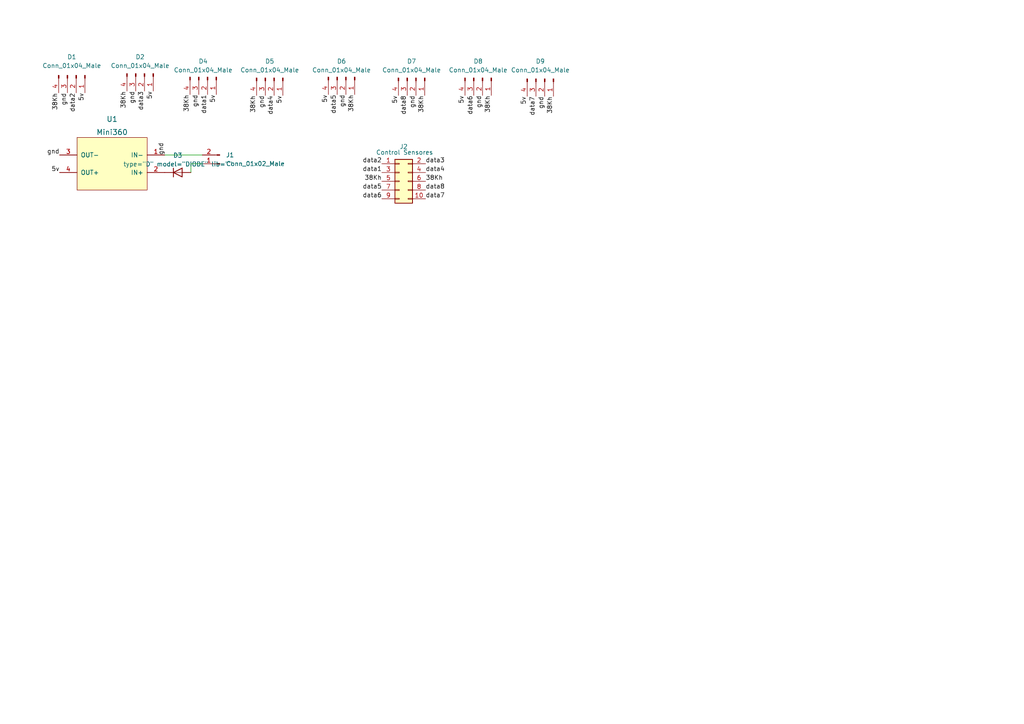
<source format=kicad_sch>
(kicad_sch (version 20211123) (generator eeschema)
  (paper "A4")
  (lib_symbols
    (symbol "Connector:Conn_01x02_Male" (pin_names (offset 1.016) hide)
      (property "Reference" "J" (at 0 2.54 0))
      (property "Value" "Conn_01x02_Male" (at 0 -5.08 0))
      (symbol "Conn_01x02_Male_1_1"
        (polyline (pts (xy 1.27 -2.54) (xy 0.8636 -2.54)) (stroke (width 0.1524)))
        (polyline (pts (xy 1.27 0) (xy 0.8636 0)) (stroke (width 0.1524)))
        (rectangle (start 0.8636 -2.413) (end 0 -2.667) (stroke (width 0.1524)) (fill (type outline)))
        (rectangle (start 0.8636 0.127) (end 0 -0.127) (stroke (width 0.1524)) (fill (type outline)))
        (pin passive line (at 5.08 0 180) (length 3.81) (name "Pin_1") (number "1"))
        (pin passive line (at 5.08 -2.54 180) (length 3.81) (name "Pin_2") (number "2"))
      )
    )
    (symbol "Connector:Conn_01x04_Male" (pin_names (offset 1.016) hide)
      (property "Reference" "J" (at 0 5.08 0))
      (property "Value" "Conn_01x04_Male" (at 0 -7.62 0))
      (symbol "Conn_01x04_Male_1_1"
        (polyline (pts (xy 1.27 -5.08) (xy 0.8636 -5.08)) (stroke (width 0.1524)))
        (polyline (pts (xy 1.27 -2.54) (xy 0.8636 -2.54)) (stroke (width 0.1524)))
        (polyline (pts (xy 1.27 0) (xy 0.8636 0)) (stroke (width 0.1524)))
        (polyline (pts (xy 1.27 2.54) (xy 0.8636 2.54)) (stroke (width 0.1524)))
        (rectangle (start 0.8636 -4.953) (end 0 -5.207) (stroke (width 0.1524)) (fill (type outline)))
        (rectangle (start 0.8636 -2.413) (end 0 -2.667) (stroke (width 0.1524)) (fill (type outline)))
        (rectangle (start 0.8636 0.127) (end 0 -0.127) (stroke (width 0.1524)) (fill (type outline)))
        (rectangle (start 0.8636 2.667) (end 0 2.413) (stroke (width 0.1524)) (fill (type outline)))
        (pin passive line (at 5.08 2.54 180) (length 3.81) (name "Pin_1") (number "1"))
        (pin passive line (at 5.08 0 180) (length 3.81) (name "Pin_2") (number "2"))
        (pin passive line (at 5.08 -2.54 180) (length 3.81) (name "Pin_3") (number "3"))
        (pin passive line (at 5.08 -5.08 180) (length 3.81) (name "Pin_4") (number "4"))
      )
    )
    (symbol "Connector_Generic:Conn_02x05_Odd_Even" (pin_names (offset 1.016) hide)
      (property "Reference" "J" (at 1.27 7.62 0))
      (property "Value" "Conn_02x05_Odd_Even" (at 1.27 -7.62 0))
      (symbol "Conn_02x05_Odd_Even_1_1"
        (rectangle (start -1.27 -4.953) (end 0 -5.207) (stroke (width 0.1524)))
        (rectangle (start -1.27 -2.413) (end 0 -2.667) (stroke (width 0.1524)))
        (rectangle (start -1.27 0.127) (end 0 -0.127) (stroke (width 0.1524)))
        (rectangle (start -1.27 2.667) (end 0 2.413) (stroke (width 0.1524)))
        (rectangle (start -1.27 5.207) (end 0 4.953) (stroke (width 0.1524)))
        (rectangle (start -1.27 6.35) (end 3.81 -6.35) (stroke (width 0.254)) (fill (type background)))
        (rectangle (start 3.81 -4.953) (end 2.54 -5.207) (stroke (width 0.1524)))
        (rectangle (start 3.81 -2.413) (end 2.54 -2.667) (stroke (width 0.1524)))
        (rectangle (start 3.81 0.127) (end 2.54 -0.127) (stroke (width 0.1524)))
        (rectangle (start 3.81 2.667) (end 2.54 2.413) (stroke (width 0.1524)))
        (rectangle (start 3.81 5.207) (end 2.54 4.953) (stroke (width 0.1524)))
        (pin passive line (at -5.08 5.08 0) (length 3.81) (name "Pin_1") (number "1"))
        (pin passive line (at 7.62 -5.08 180) (length 3.81) (name "Pin_10") (number "10"))
        (pin passive line (at 7.62 5.08 180) (length 3.81) (name "Pin_2") (number "2"))
        (pin passive line (at -5.08 2.54 0) (length 3.81) (name "Pin_3") (number "3"))
        (pin passive line (at 7.62 2.54 180) (length 3.81) (name "Pin_4") (number "4"))
        (pin passive line (at -5.08 0 0) (length 3.81) (name "Pin_5") (number "5"))
        (pin passive line (at 7.62 0 180) (length 3.81) (name "Pin_6") (number "6"))
        (pin passive line (at -5.08 -2.54 0) (length 3.81) (name "Pin_7") (number "7"))
        (pin passive line (at 7.62 -2.54 180) (length 3.81) (name "Pin_8") (number "8"))
        (pin passive line (at -5.08 -5.08 0) (length 3.81) (name "Pin_9") (number "9"))
      )
    )
    (symbol "Simulation_SPICE:DIODE" (pin_numbers hide) (pin_names (offset 1.016) hide)
      (property "Reference" "D" (at 0 2.54 0))
      (property "Value" "DIODE" (at 0 -2.54 0))
      (symbol "DIODE_0_1"
        (polyline (pts (xy 1.27 0) (xy -1.27 0)))
        (polyline (pts (xy 1.27 1.27) (xy 1.27 -1.27)) (stroke (width 0.254)))
        (polyline (pts (xy -1.27 -1.27) (xy -1.27 1.27) (xy 1.27 0) (xy -1.27 -1.27)) (stroke (width 0.254)))
      )
      (symbol "DIODE_1_1"
        (pin passive line (at -3.81 0 0) (length 2.54) (name "A") (number "1"))
        (pin passive line (at 3.81 0 180) (length 2.54) (name "K") (number "2"))
      )
    )
    (symbol "mini360:Mini360" (pin_names (offset 1.016))
      (property "Reference" "U" (at 0 -5.08 0))
      (property "Value" "Mini360" (at 0 5.08 0))
      (symbol "Mini360_0_1"
        (rectangle (start -10.16 7.62) (end 10.16 -7.62) (fill (type background)))
      )
      (symbol "Mini360_1_1"
        (pin power_in line (at -15.24 -2.54 0) (length 5.08) (name "IN-") (number "1"))
        (pin power_in line (at -15.24 2.54 0) (length 5.08) (name "IN+") (number "2"))
        (pin power_out line (at 15.24 -2.54 180) (length 5.08) (name "OUT-") (number "3"))
        (pin power_out line (at 15.24 2.54 180) (length 5.08) (name "OUT+") (number "4"))
      )
    )
  )
  (wire (pts (xy 55.372 47.498) (xy 58.674 47.498)))
  (wire (pts (xy 55.372 50.038) (xy 55.372 47.498)))
  (wire (pts (xy 47.752 44.958) (xy 58.674 44.958)))
  (label "38Kh" (at 142.494 27.686 270))
  (label "38Kh" (at 74.422 27.686 270))
  (label "data1" (at 110.744 50.038 180))
  (label "5v" (at 134.874 27.686 270))
  (label "5v" (at 95.25 27.432 270))
  (label "5v" (at 24.638 26.924 270))
  (label "38Kh" (at 55.118 27.432 270))
  (label "gnd" (at 100.33 27.432 270))
  (label "38Kh" (at 160.528 27.94 270))
  (label "5v" (at 115.57 27.686 270))
  (label "data8" (at 118.11 27.686 270))
  (label "data3" (at 41.91 26.416 270))
  (label "38Kh" (at 123.444 52.578 0))
  (label "data4" (at 123.444 50.038 0))
  (label "data6" (at 137.414 27.686 270))
  (label "5v" (at 44.45 26.416 270))
  (label "data7" (at 123.444 57.658 0))
  (label "5v" (at 82.042 27.686 270))
  (label "data5" (at 97.79 27.432 270))
  (label "data2" (at 110.744 47.498 180))
  (label "gnd" (at 17.272 44.958 180))
  (label "gnd" (at 47.752 44.958 90))
  (label "gnd" (at 19.558 26.924 270))
  (label "data6" (at 110.744 57.658 180))
  (label "data8" (at 123.444 55.118 0))
  (label "gnd" (at 39.37 26.416 270))
  (label "data4" (at 79.502 27.686 270))
  (label "data5" (at 110.744 55.118 180))
  (label "data7" (at 155.448 27.94 270))
  (label "data1" (at 60.198 27.432 270))
  (label "gnd" (at 157.988 27.94 270))
  (label "38Kh" (at 110.744 52.578 180))
  (label "gnd" (at 120.65 27.686 270))
  (label "5v" (at 62.738 27.432 270))
  (label "38Kh" (at 17.018 26.924 270))
  (label "gnd" (at 139.954 27.686 270))
  (label "gnd" (at 76.962 27.686 270))
  (label "38Kh" (at 102.87 27.432 270))
  (label "38Kh" (at 36.83 26.416 270))
  (label "data2" (at 22.098 26.924 270))
  (label "gnd" (at 57.658 27.432 270))
  (label "5v" (at 152.908 27.94 270))
  (label "data3" (at 123.444 47.498 0))
  (label "38Kh" (at 123.19 27.686 270))
  (label "5v" (at 17.272 50.038 180))
  (symbol (lib_id "Connector:Conn_01x02_Male") (at 63.754 47.498 180) (unit 1)
    (property "Reference" "J1" (at 65.532 44.9579 0) (effects (justify right)))
    (property "Value" "Conn_01x02_Male" (at 65.532 47.4979 0) (effects (justify right)))
    (property "Footprint" "TerminalBlock:TerminalBlock_bornier-2_P5.08mm" (effects hide))
  )
  (symbol (lib_id "Connector:Conn_01x04_Male") (at 100.33 22.352 270) (unit 1)
    (property "Reference" "D6" (at 99.06 17.78 90))
    (property "Value" "Conn_01x04_Male" (at 99.06 20.32 90))
    (property "Footprint" "Connector_PinHeader_2.54mm:PinHeader_1x04_P2.54mm_Horizontal" (effects hide))
  )
  (symbol (lib_id "Connector:Conn_01x04_Male") (at 60.198 22.352 270) (unit 1)
    (property "Reference" "D4" (at 58.928 17.78 90))
    (property "Value" "Conn_01x04_Male" (at 58.928 20.32 90))
    (property "Footprint" "Connector_PinHeader_2.54mm:PinHeader_1x04_P2.54mm_Horizontal" (effects hide))
  )
  (symbol (lib_id "Connector:Conn_01x04_Male") (at 79.502 22.606 270) (unit 1)
    (property "Reference" "D5" (at 78.232 17.78 90))
    (property "Value" "Conn_01x04_Male" (at 78.232 20.32 90))
    (property "Footprint" "Connector_PinHeader_2.54mm:PinHeader_1x04_P2.54mm_Horizontal" (effects hide))
  )
  (symbol (lib_id "Simulation_SPICE:DIODE") (at 51.562 50.038 180) (unit 1)
    (property "Reference" "D3" (at 51.562 45.0682 0))
    (property "Value" "DIODE" (at 51.562 47.6051 0))
    (property "Footprint" "Diode_THT:D_5W_P12.70mm_Horizontal" (effects hide))
    (property "Spice_Netlist_Enabled" "Y" (effects hide))
    (property "Spice_Primitive" "D" (effects hide))
  )
  (symbol (lib_id "Connector:Conn_01x04_Male") (at 139.954 22.606 270) (unit 1)
    (property "Reference" "D8" (at 138.684 17.78 90))
    (property "Value" "Conn_01x04_Male" (at 138.684 20.32 90))
    (property "Footprint" "Connector_PinHeader_2.54mm:PinHeader_1x04_P2.54mm_Horizontal" (effects hide))
  )
  (symbol (lib_id "Connector:Conn_01x04_Male") (at 120.65 22.606 270) (unit 1)
    (property "Reference" "D7" (at 119.38 17.78 90))
    (property "Value" "Conn_01x04_Male" (at 119.38 20.32 90))
    (property "Footprint" "Connector_PinHeader_2.54mm:PinHeader_1x04_P2.54mm_Horizontal" (effects hide))
  )
  (symbol (lib_id "Connector:Conn_01x04_Male") (at 41.91 21.336 270) (unit 1)
    (property "Reference" "D2" (at 40.64 16.51 90))
    (property "Value" "Conn_01x04_Male" (at 40.64 19.05 90))
    (property "Footprint" "Connector_PinHeader_2.54mm:PinHeader_1x04_P2.54mm_Horizontal" (effects hide))
  )
  (symbol (lib_id "Connector:Conn_01x04_Male") (at 157.988 22.86 270) (unit 1)
    (property "Reference" "D9" (at 156.718 17.78 90))
    (property "Value" "Conn_01x04_Male" (at 156.718 20.32 90))
    (property "Footprint" "Connector_PinHeader_2.54mm:PinHeader_1x04_P2.54mm_Horizontal" (effects hide))
  )
  (symbol (lib_id "Connector_Generic:Conn_02x05_Odd_Even") (at 115.824 52.578 0) (unit 1)
    (property "Reference" "J2" (at 117.094 42.5282 0))
    (property "Value" "Control Sensores" (at 117.348 44.196 0))
    (property "Footprint" "Connector_IDC:IDC-Header_2x05_P2.54mm_Vertical" (effects hide))
  )
  (symbol (lib_id "mini360:Mini360") (at 32.512 47.498 180) (unit 1)
    (property "Reference" "U1" (at 32.512 34.544 0) (effects (font (size 1.524 1.524))))
    (property "Value" "Mini360" (at 32.512 38.354 0) (effects (font (size 1.524 1.524))))
    (property "Footprint" "Mini360_step-down:Mini360_step-down" (effects hide))
  )
  (symbol (lib_id "Connector:Conn_01x04_Male") (at 22.098 21.844 270) (unit 1)
    (property "Reference" "D1" (at 20.828 16.51 90))
    (property "Value" "Conn_01x04_Male" (at 20.828 19.05 90))
    (property "Footprint" "Connector_PinHeader_2.54mm:PinHeader_1x04_P2.54mm_Horizontal" (effects hide))
  )
)
</source>
